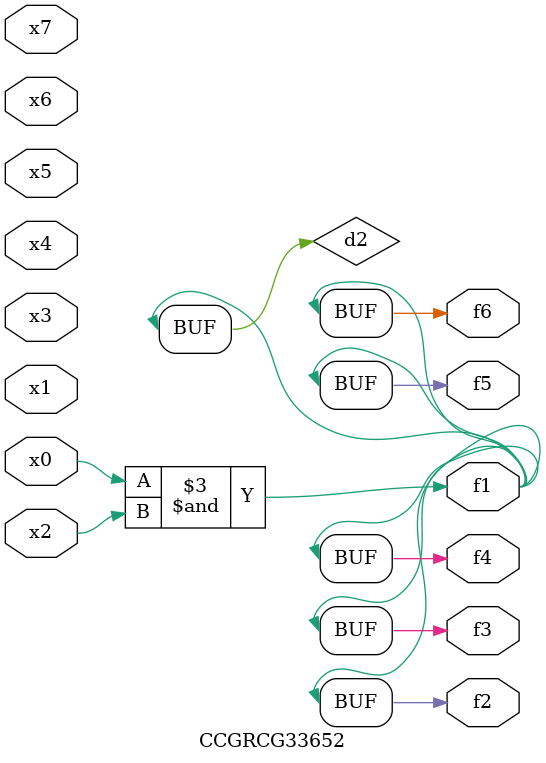
<source format=v>
module CCGRCG33652(
	input x0, x1, x2, x3, x4, x5, x6, x7,
	output f1, f2, f3, f4, f5, f6
);

	wire d1, d2;

	nor (d1, x3, x6);
	and (d2, x0, x2);
	assign f1 = d2;
	assign f2 = d2;
	assign f3 = d2;
	assign f4 = d2;
	assign f5 = d2;
	assign f6 = d2;
endmodule

</source>
